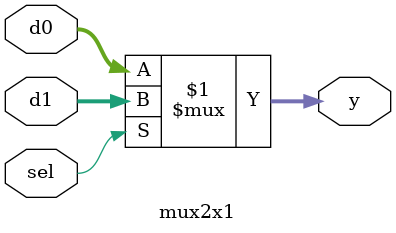
<source format=v>
module mux2x1 (
    input  wire [31:0] d0,   // RD2, ALUResult ou PCPlus4
    input  wire [31:0] d1,   // ImmExt, ReadData ou PCTarget
    input  wire        sel,  // ALUSrc, ResultSrc ou PCSrc
    output wire [31:0] y     // SrcB, Result ou PCNext
);

    assign y = sel ? d1 : d0;

endmodule
</source>
